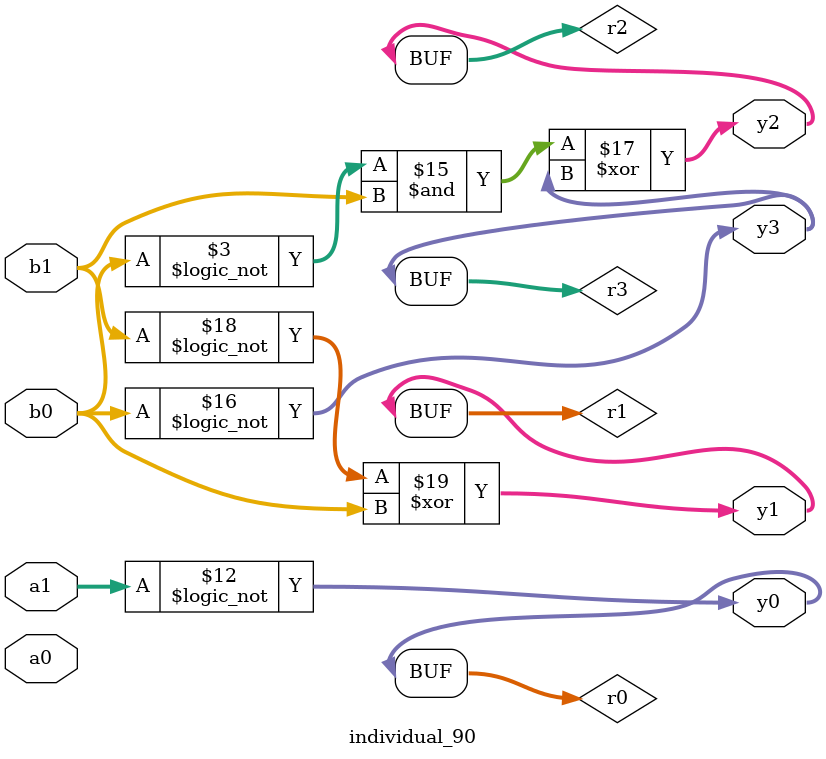
<source format=sv>
module individual_90(input logic [15:0] a1, input logic [15:0] a0, input logic [15:0] b1, input logic [15:0] b0, output logic [15:0] y3, output logic [15:0] y2, output logic [15:0] y1, output logic [15:0] y0);
logic [15:0] r0, r1, r2, r3; 
 always@(*) begin 
	 r0 = a0; r1 = a1; r2 = b0; r3 = b1; 
 	 r3 = ! r3 ;
 	 r2 = ! b0 ;
 	 r3  &=  r3 ;
 	 r3 = ! r1 ;
 	 r1  &=  r3 ;
 	 r3  &=  a1 ;
 	 r3  ^=  a0 ;
 	 r3 = ! b1 ;
 	 r3  &=  r3 ;
 	 r1  ^=  r2 ;
 	 r0 = ! a1 ;
 	 r1 = ! r0 ;
 	 r3  ^=  b1 ;
 	 r2  &=  b1 ;
 	 r3 = ! b0 ;
 	 r2  ^=  r3 ;
 	 r1 = ! b1 ;
 	 r1  ^=  b0 ;
 	 y3 = r3; y2 = r2; y1 = r1; y0 = r0; 
end
endmodule
</source>
